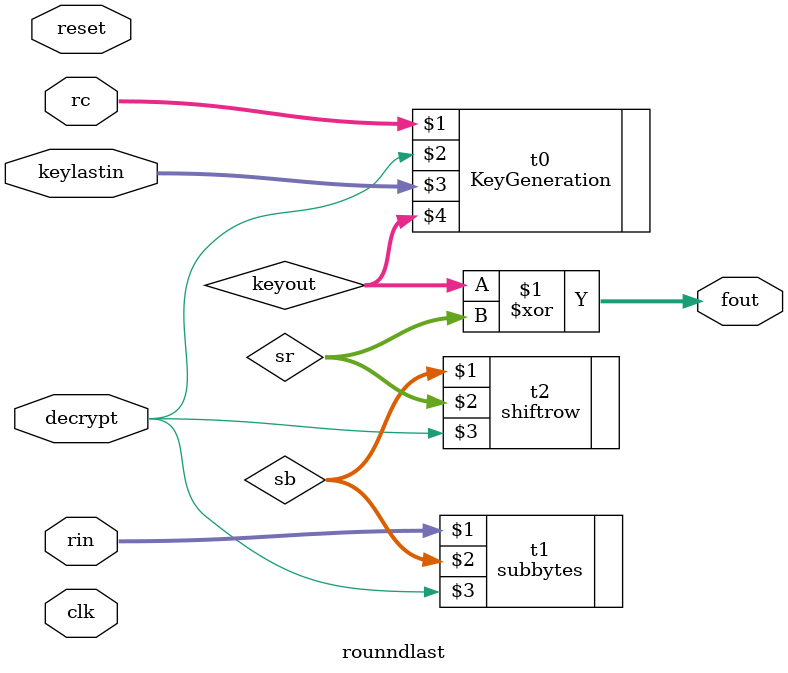
<source format=v>
`timescale 10ns / 1ps

module rounndlast(clk,reset,decrypt,rc,rin,keylastin,fout);
input clk,reset,decrypt;
input [3:0]rc;
input [127:0]rin;
input [127:0]keylastin;
output [127:0]fout;

wire [127:0] sb,sr,mcl,keyout;

//KeyGeneration t0(rc,keylastin,keyout);
KeyGeneration t0(rc,decrypt,keylastin,keyout);
subbytes t1(rin,sb,decrypt);
shiftrow t2(sb,sr,decrypt);
assign fout= keyout^sr;

endmodule

</source>
